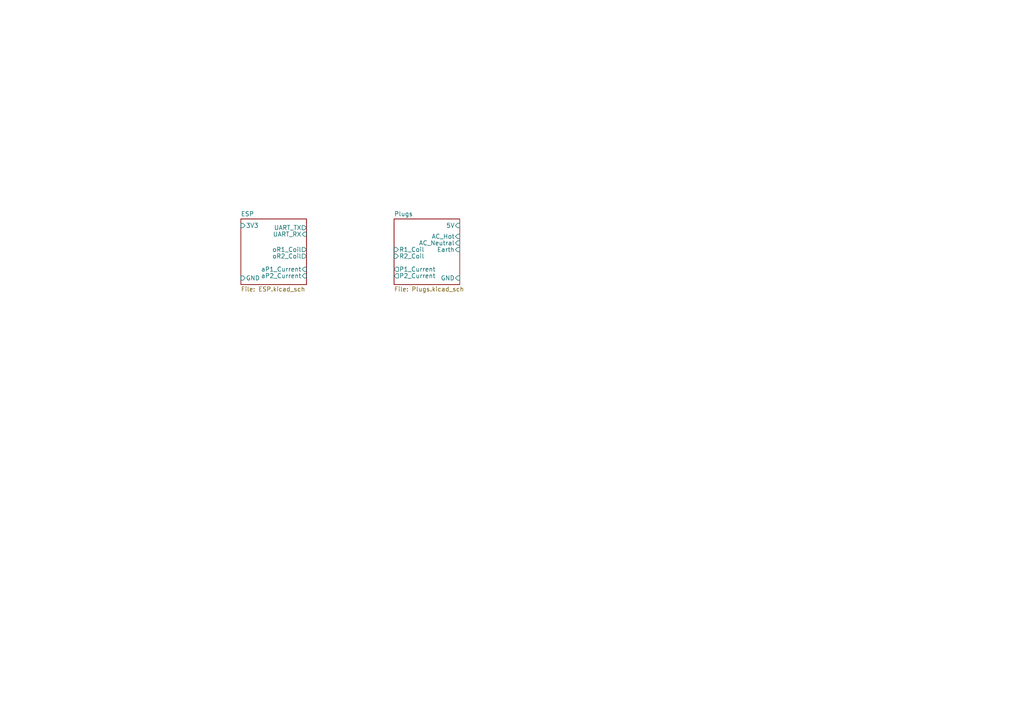
<source format=kicad_sch>
(kicad_sch (version 20211123) (generator eeschema)
  (paper "A4")
  (lib_symbols)
  (sheet (at 114.3 63.5) (size 19.05 19.05) (stroke (width 0.1524))
    (property "Sheet name" "Plugs" (at 114.3 62.7884 0) (effects (justify left bottom)))
    (property "Sheet file" "Plugs.kicad_sch" (at 114.3 83.1346 0) (effects (justify left top)))
    (pin "P1_Current" output (at 114.3 78.105 180))
    (pin "P2_Current" output (at 114.3 80.01 180))
    (pin "AC_Hot" input (at 133.35 68.58 0))
    (pin "Earth" input (at 133.35 72.39 0))
    (pin "AC_Neutral" input (at 133.35 70.485 0))
    (pin "GND" input (at 133.35 80.645 0))
    (pin "5V" input (at 133.35 65.405 0))
    (pin "R2_Coil" input (at 114.3 74.295 180))
    (pin "R1_Coil" input (at 114.3 72.39 180))
  )
  (sheet (at 69.85 63.5) (size 19.05 19.05) (stroke (width 0.1524))
    (property "Sheet name" "ESP" (at 69.85 62.7884 0) (effects (justify left bottom)))
    (property "Sheet file" "ESP.kicad_sch" (at 69.85 83.1346 0) (effects (justify left top)))
    (pin "UART_TX" output (at 88.9 66.04 0))
    (pin "UART_RX" input (at 88.9 67.945 0))
    (pin "oR1_Coil" output (at 88.9 72.39 0))
    (pin "aP2_Current" input (at 88.9 80.01 0))
    (pin "aP1_Current" input (at 88.9 78.105 0))
    (pin "oR2_Coil" output (at 88.9 74.295 0))
    (pin "3V3" input (at 69.85 65.405 180))
    (pin "GND" input (at 69.85 80.645 180))
  )
)
</source>
